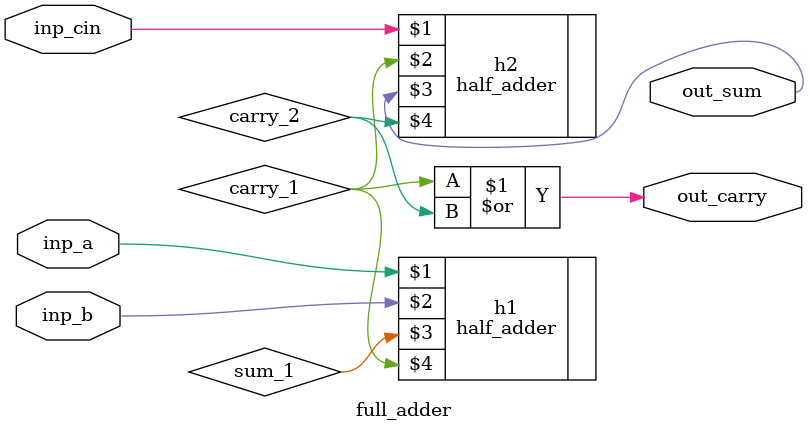
<source format=v>
`timescale 1ns/1ps
`include "half_adder.v"

module full_adder (
    inp_a,inp_b,inp_cin,out_sum,out_carry
);

input  inp_a,inp_b,inp_cin;
output  out_sum,out_carry;
wire sum_1,carry_1,carry_2;

half_adder h1(inp_a,inp_b,sum_1,carry_1);
half_adder h2(inp_cin,carry_1,out_sum,carry_2);
or h3(out_carry,carry_1,carry_2);

    
endmodule
</source>
